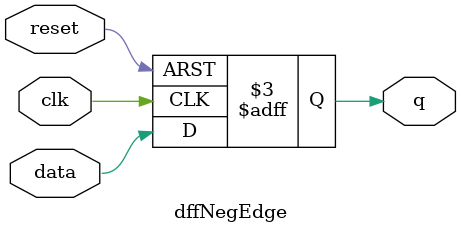
<source format=v>
module dffNegEdge (clk, reset, data, q);

    input wire data, clk, reset ; 
    output reg q;

    always @ ( posedge clk or negedge reset)
        if (~reset) begin
            q <= 1'b0;
        end else begin
            q <= data;
        end

endmodule 
</source>
